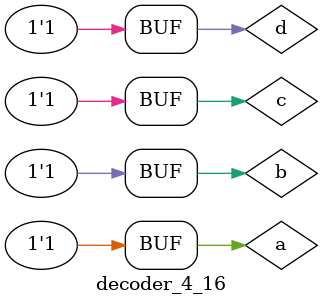
<source format=v>
`timescale 1ns / 1ns


module decoder_4_16();
reg a;
reg b;
reg c;
reg d;
wire [15:0]out;
test2 test2_decoder_4_16(.a(a),.b(b),.c(c),.d(d),.out(out));

initial begin
a=0;b=0;c=0;d=0;
#200;
a=0;b=0;c=0;d=1;
#200;
a=0;b=0;c=1;d=0;
#200;
a=0;b=0;c=1;d=1;
#200;
a=0;b=1;c=0;d=0;
#200;
a=0;b=1;c=0;d=1;
#200;
a=0;b=1;c=1;d=0;
#200;
a=0;b=1;c=1;d=1;
#200;
a=1;b=0;c=0;d=0;
#200;
a=1;b=0;c=0;d=1;
#200;
a=1;b=0;c=1;d=0;
#200;
a=1;b=0;c=1;d=1;
#200;
a=1;b=1;c=0;d=0;
#200;
a=1;b=1;c=0;d=1;
#200;
a=1;b=1;c=1;d=0;
#200;
a=1;b=1;c=1;d=1;
#200;
end
endmodule

</source>
